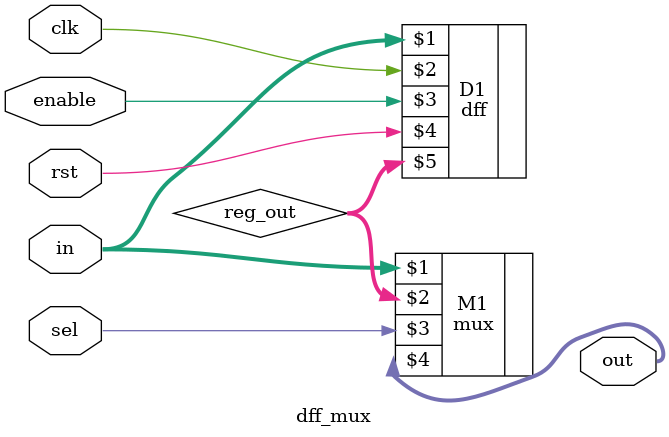
<source format=v>
module dff_mux (in, sel, clk, enable, rst, out);
parameter N = 18;
input [N-1:0] in;
input sel, clk, enable, rst;
output wire [N-1:0] out;

wire [N-1:0] reg_out;

dff #(.N(N)) D1 (in, clk, enable, rst, reg_out);
mux #(.N(N)) M1 (in, reg_out, sel, out);

endmodule
</source>
